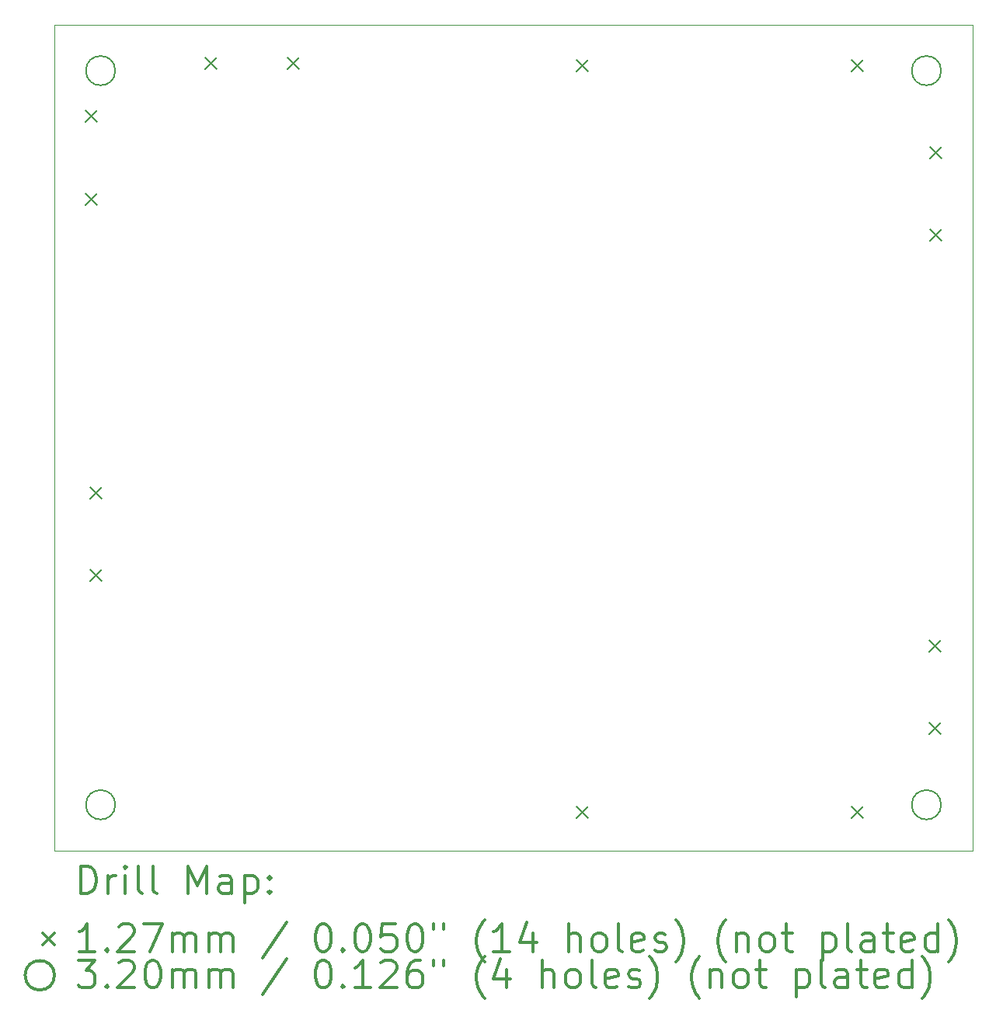
<source format=gbr>
%FSLAX45Y45*%
G04 Gerber Fmt 4.5, Leading zero omitted, Abs format (unit mm)*
G04 Created by KiCad (PCBNEW (5.1.4)-1) date 2021-12-07 11:14:48*
%MOMM*%
%LPD*%
G04 APERTURE LIST*
%ADD10C,0.050000*%
%ADD11C,0.200000*%
%ADD12C,0.300000*%
G04 APERTURE END LIST*
D10*
X16000000Y-12500000D02*
X6000000Y-12500000D01*
X16000000Y-3500000D02*
X16000000Y-12500000D01*
X6000000Y-3500000D02*
X16000000Y-3500000D01*
X6000000Y-12500000D02*
X6000000Y-3500000D01*
D11*
X7636500Y-3852500D02*
X7763500Y-3979500D01*
X7763500Y-3852500D02*
X7636500Y-3979500D01*
X15540500Y-5726500D02*
X15667500Y-5853500D01*
X15667500Y-5726500D02*
X15540500Y-5853500D01*
X11686500Y-3882500D02*
X11813500Y-4009500D01*
X11813500Y-3882500D02*
X11686500Y-4009500D01*
X14686500Y-3882500D02*
X14813500Y-4009500D01*
X14813500Y-3882500D02*
X14686500Y-4009500D01*
X15530500Y-10206500D02*
X15657500Y-10333500D01*
X15657500Y-10206500D02*
X15530500Y-10333500D01*
X15530500Y-11106500D02*
X15657500Y-11233500D01*
X15657500Y-11106500D02*
X15530500Y-11233500D01*
X6382500Y-8536500D02*
X6509500Y-8663500D01*
X6509500Y-8536500D02*
X6382500Y-8663500D01*
X6382500Y-9436500D02*
X6509500Y-9563500D01*
X6509500Y-9436500D02*
X6382500Y-9563500D01*
X8536500Y-3852500D02*
X8663500Y-3979500D01*
X8663500Y-3852500D02*
X8536500Y-3979500D01*
X15540500Y-4826500D02*
X15667500Y-4953500D01*
X15667500Y-4826500D02*
X15540500Y-4953500D01*
X11686500Y-12015500D02*
X11813500Y-12142500D01*
X11813500Y-12015500D02*
X11686500Y-12142500D01*
X14686500Y-12015500D02*
X14813500Y-12142500D01*
X14813500Y-12015500D02*
X14686500Y-12142500D01*
X6332500Y-4436500D02*
X6459500Y-4563500D01*
X6459500Y-4436500D02*
X6332500Y-4563500D01*
X6332500Y-5336500D02*
X6459500Y-5463500D01*
X6459500Y-5336500D02*
X6332500Y-5463500D01*
X6660000Y-4000000D02*
G75*
G03X6660000Y-4000000I-160000J0D01*
G01*
X6660000Y-12000000D02*
G75*
G03X6660000Y-12000000I-160000J0D01*
G01*
X15660000Y-12000000D02*
G75*
G03X15660000Y-12000000I-160000J0D01*
G01*
X15660000Y-4000000D02*
G75*
G03X15660000Y-4000000I-160000J0D01*
G01*
D12*
X6283928Y-12968214D02*
X6283928Y-12668214D01*
X6355357Y-12668214D01*
X6398214Y-12682500D01*
X6426786Y-12711071D01*
X6441071Y-12739643D01*
X6455357Y-12796786D01*
X6455357Y-12839643D01*
X6441071Y-12896786D01*
X6426786Y-12925357D01*
X6398214Y-12953929D01*
X6355357Y-12968214D01*
X6283928Y-12968214D01*
X6583928Y-12968214D02*
X6583928Y-12768214D01*
X6583928Y-12825357D02*
X6598214Y-12796786D01*
X6612500Y-12782500D01*
X6641071Y-12768214D01*
X6669643Y-12768214D01*
X6769643Y-12968214D02*
X6769643Y-12768214D01*
X6769643Y-12668214D02*
X6755357Y-12682500D01*
X6769643Y-12696786D01*
X6783928Y-12682500D01*
X6769643Y-12668214D01*
X6769643Y-12696786D01*
X6955357Y-12968214D02*
X6926786Y-12953929D01*
X6912500Y-12925357D01*
X6912500Y-12668214D01*
X7112500Y-12968214D02*
X7083928Y-12953929D01*
X7069643Y-12925357D01*
X7069643Y-12668214D01*
X7455357Y-12968214D02*
X7455357Y-12668214D01*
X7555357Y-12882500D01*
X7655357Y-12668214D01*
X7655357Y-12968214D01*
X7926786Y-12968214D02*
X7926786Y-12811071D01*
X7912500Y-12782500D01*
X7883928Y-12768214D01*
X7826786Y-12768214D01*
X7798214Y-12782500D01*
X7926786Y-12953929D02*
X7898214Y-12968214D01*
X7826786Y-12968214D01*
X7798214Y-12953929D01*
X7783928Y-12925357D01*
X7783928Y-12896786D01*
X7798214Y-12868214D01*
X7826786Y-12853929D01*
X7898214Y-12853929D01*
X7926786Y-12839643D01*
X8069643Y-12768214D02*
X8069643Y-13068214D01*
X8069643Y-12782500D02*
X8098214Y-12768214D01*
X8155357Y-12768214D01*
X8183928Y-12782500D01*
X8198214Y-12796786D01*
X8212500Y-12825357D01*
X8212500Y-12911071D01*
X8198214Y-12939643D01*
X8183928Y-12953929D01*
X8155357Y-12968214D01*
X8098214Y-12968214D01*
X8069643Y-12953929D01*
X8341071Y-12939643D02*
X8355357Y-12953929D01*
X8341071Y-12968214D01*
X8326786Y-12953929D01*
X8341071Y-12939643D01*
X8341071Y-12968214D01*
X8341071Y-12782500D02*
X8355357Y-12796786D01*
X8341071Y-12811071D01*
X8326786Y-12796786D01*
X8341071Y-12782500D01*
X8341071Y-12811071D01*
X5870500Y-13399000D02*
X5997500Y-13526000D01*
X5997500Y-13399000D02*
X5870500Y-13526000D01*
X6441071Y-13598214D02*
X6269643Y-13598214D01*
X6355357Y-13598214D02*
X6355357Y-13298214D01*
X6326786Y-13341071D01*
X6298214Y-13369643D01*
X6269643Y-13383929D01*
X6569643Y-13569643D02*
X6583928Y-13583929D01*
X6569643Y-13598214D01*
X6555357Y-13583929D01*
X6569643Y-13569643D01*
X6569643Y-13598214D01*
X6698214Y-13326786D02*
X6712500Y-13312500D01*
X6741071Y-13298214D01*
X6812500Y-13298214D01*
X6841071Y-13312500D01*
X6855357Y-13326786D01*
X6869643Y-13355357D01*
X6869643Y-13383929D01*
X6855357Y-13426786D01*
X6683928Y-13598214D01*
X6869643Y-13598214D01*
X6969643Y-13298214D02*
X7169643Y-13298214D01*
X7041071Y-13598214D01*
X7283928Y-13598214D02*
X7283928Y-13398214D01*
X7283928Y-13426786D02*
X7298214Y-13412500D01*
X7326786Y-13398214D01*
X7369643Y-13398214D01*
X7398214Y-13412500D01*
X7412500Y-13441071D01*
X7412500Y-13598214D01*
X7412500Y-13441071D02*
X7426786Y-13412500D01*
X7455357Y-13398214D01*
X7498214Y-13398214D01*
X7526786Y-13412500D01*
X7541071Y-13441071D01*
X7541071Y-13598214D01*
X7683928Y-13598214D02*
X7683928Y-13398214D01*
X7683928Y-13426786D02*
X7698214Y-13412500D01*
X7726786Y-13398214D01*
X7769643Y-13398214D01*
X7798214Y-13412500D01*
X7812500Y-13441071D01*
X7812500Y-13598214D01*
X7812500Y-13441071D02*
X7826786Y-13412500D01*
X7855357Y-13398214D01*
X7898214Y-13398214D01*
X7926786Y-13412500D01*
X7941071Y-13441071D01*
X7941071Y-13598214D01*
X8526786Y-13283929D02*
X8269643Y-13669643D01*
X8912500Y-13298214D02*
X8941071Y-13298214D01*
X8969643Y-13312500D01*
X8983928Y-13326786D01*
X8998214Y-13355357D01*
X9012500Y-13412500D01*
X9012500Y-13483929D01*
X8998214Y-13541071D01*
X8983928Y-13569643D01*
X8969643Y-13583929D01*
X8941071Y-13598214D01*
X8912500Y-13598214D01*
X8883928Y-13583929D01*
X8869643Y-13569643D01*
X8855357Y-13541071D01*
X8841071Y-13483929D01*
X8841071Y-13412500D01*
X8855357Y-13355357D01*
X8869643Y-13326786D01*
X8883928Y-13312500D01*
X8912500Y-13298214D01*
X9141071Y-13569643D02*
X9155357Y-13583929D01*
X9141071Y-13598214D01*
X9126786Y-13583929D01*
X9141071Y-13569643D01*
X9141071Y-13598214D01*
X9341071Y-13298214D02*
X9369643Y-13298214D01*
X9398214Y-13312500D01*
X9412500Y-13326786D01*
X9426786Y-13355357D01*
X9441071Y-13412500D01*
X9441071Y-13483929D01*
X9426786Y-13541071D01*
X9412500Y-13569643D01*
X9398214Y-13583929D01*
X9369643Y-13598214D01*
X9341071Y-13598214D01*
X9312500Y-13583929D01*
X9298214Y-13569643D01*
X9283928Y-13541071D01*
X9269643Y-13483929D01*
X9269643Y-13412500D01*
X9283928Y-13355357D01*
X9298214Y-13326786D01*
X9312500Y-13312500D01*
X9341071Y-13298214D01*
X9712500Y-13298214D02*
X9569643Y-13298214D01*
X9555357Y-13441071D01*
X9569643Y-13426786D01*
X9598214Y-13412500D01*
X9669643Y-13412500D01*
X9698214Y-13426786D01*
X9712500Y-13441071D01*
X9726786Y-13469643D01*
X9726786Y-13541071D01*
X9712500Y-13569643D01*
X9698214Y-13583929D01*
X9669643Y-13598214D01*
X9598214Y-13598214D01*
X9569643Y-13583929D01*
X9555357Y-13569643D01*
X9912500Y-13298214D02*
X9941071Y-13298214D01*
X9969643Y-13312500D01*
X9983928Y-13326786D01*
X9998214Y-13355357D01*
X10012500Y-13412500D01*
X10012500Y-13483929D01*
X9998214Y-13541071D01*
X9983928Y-13569643D01*
X9969643Y-13583929D01*
X9941071Y-13598214D01*
X9912500Y-13598214D01*
X9883928Y-13583929D01*
X9869643Y-13569643D01*
X9855357Y-13541071D01*
X9841071Y-13483929D01*
X9841071Y-13412500D01*
X9855357Y-13355357D01*
X9869643Y-13326786D01*
X9883928Y-13312500D01*
X9912500Y-13298214D01*
X10126786Y-13298214D02*
X10126786Y-13355357D01*
X10241071Y-13298214D02*
X10241071Y-13355357D01*
X10683928Y-13712500D02*
X10669643Y-13698214D01*
X10641071Y-13655357D01*
X10626786Y-13626786D01*
X10612500Y-13583929D01*
X10598214Y-13512500D01*
X10598214Y-13455357D01*
X10612500Y-13383929D01*
X10626786Y-13341071D01*
X10641071Y-13312500D01*
X10669643Y-13269643D01*
X10683928Y-13255357D01*
X10955357Y-13598214D02*
X10783928Y-13598214D01*
X10869643Y-13598214D02*
X10869643Y-13298214D01*
X10841071Y-13341071D01*
X10812500Y-13369643D01*
X10783928Y-13383929D01*
X11212500Y-13398214D02*
X11212500Y-13598214D01*
X11141071Y-13283929D02*
X11069643Y-13498214D01*
X11255357Y-13498214D01*
X11598214Y-13598214D02*
X11598214Y-13298214D01*
X11726786Y-13598214D02*
X11726786Y-13441071D01*
X11712500Y-13412500D01*
X11683928Y-13398214D01*
X11641071Y-13398214D01*
X11612500Y-13412500D01*
X11598214Y-13426786D01*
X11912500Y-13598214D02*
X11883928Y-13583929D01*
X11869643Y-13569643D01*
X11855357Y-13541071D01*
X11855357Y-13455357D01*
X11869643Y-13426786D01*
X11883928Y-13412500D01*
X11912500Y-13398214D01*
X11955357Y-13398214D01*
X11983928Y-13412500D01*
X11998214Y-13426786D01*
X12012500Y-13455357D01*
X12012500Y-13541071D01*
X11998214Y-13569643D01*
X11983928Y-13583929D01*
X11955357Y-13598214D01*
X11912500Y-13598214D01*
X12183928Y-13598214D02*
X12155357Y-13583929D01*
X12141071Y-13555357D01*
X12141071Y-13298214D01*
X12412500Y-13583929D02*
X12383928Y-13598214D01*
X12326786Y-13598214D01*
X12298214Y-13583929D01*
X12283928Y-13555357D01*
X12283928Y-13441071D01*
X12298214Y-13412500D01*
X12326786Y-13398214D01*
X12383928Y-13398214D01*
X12412500Y-13412500D01*
X12426786Y-13441071D01*
X12426786Y-13469643D01*
X12283928Y-13498214D01*
X12541071Y-13583929D02*
X12569643Y-13598214D01*
X12626786Y-13598214D01*
X12655357Y-13583929D01*
X12669643Y-13555357D01*
X12669643Y-13541071D01*
X12655357Y-13512500D01*
X12626786Y-13498214D01*
X12583928Y-13498214D01*
X12555357Y-13483929D01*
X12541071Y-13455357D01*
X12541071Y-13441071D01*
X12555357Y-13412500D01*
X12583928Y-13398214D01*
X12626786Y-13398214D01*
X12655357Y-13412500D01*
X12769643Y-13712500D02*
X12783928Y-13698214D01*
X12812500Y-13655357D01*
X12826786Y-13626786D01*
X12841071Y-13583929D01*
X12855357Y-13512500D01*
X12855357Y-13455357D01*
X12841071Y-13383929D01*
X12826786Y-13341071D01*
X12812500Y-13312500D01*
X12783928Y-13269643D01*
X12769643Y-13255357D01*
X13312500Y-13712500D02*
X13298214Y-13698214D01*
X13269643Y-13655357D01*
X13255357Y-13626786D01*
X13241071Y-13583929D01*
X13226786Y-13512500D01*
X13226786Y-13455357D01*
X13241071Y-13383929D01*
X13255357Y-13341071D01*
X13269643Y-13312500D01*
X13298214Y-13269643D01*
X13312500Y-13255357D01*
X13426786Y-13398214D02*
X13426786Y-13598214D01*
X13426786Y-13426786D02*
X13441071Y-13412500D01*
X13469643Y-13398214D01*
X13512500Y-13398214D01*
X13541071Y-13412500D01*
X13555357Y-13441071D01*
X13555357Y-13598214D01*
X13741071Y-13598214D02*
X13712500Y-13583929D01*
X13698214Y-13569643D01*
X13683928Y-13541071D01*
X13683928Y-13455357D01*
X13698214Y-13426786D01*
X13712500Y-13412500D01*
X13741071Y-13398214D01*
X13783928Y-13398214D01*
X13812500Y-13412500D01*
X13826786Y-13426786D01*
X13841071Y-13455357D01*
X13841071Y-13541071D01*
X13826786Y-13569643D01*
X13812500Y-13583929D01*
X13783928Y-13598214D01*
X13741071Y-13598214D01*
X13926786Y-13398214D02*
X14041071Y-13398214D01*
X13969643Y-13298214D02*
X13969643Y-13555357D01*
X13983928Y-13583929D01*
X14012500Y-13598214D01*
X14041071Y-13598214D01*
X14369643Y-13398214D02*
X14369643Y-13698214D01*
X14369643Y-13412500D02*
X14398214Y-13398214D01*
X14455357Y-13398214D01*
X14483928Y-13412500D01*
X14498214Y-13426786D01*
X14512500Y-13455357D01*
X14512500Y-13541071D01*
X14498214Y-13569643D01*
X14483928Y-13583929D01*
X14455357Y-13598214D01*
X14398214Y-13598214D01*
X14369643Y-13583929D01*
X14683928Y-13598214D02*
X14655357Y-13583929D01*
X14641071Y-13555357D01*
X14641071Y-13298214D01*
X14926786Y-13598214D02*
X14926786Y-13441071D01*
X14912500Y-13412500D01*
X14883928Y-13398214D01*
X14826786Y-13398214D01*
X14798214Y-13412500D01*
X14926786Y-13583929D02*
X14898214Y-13598214D01*
X14826786Y-13598214D01*
X14798214Y-13583929D01*
X14783928Y-13555357D01*
X14783928Y-13526786D01*
X14798214Y-13498214D01*
X14826786Y-13483929D01*
X14898214Y-13483929D01*
X14926786Y-13469643D01*
X15026786Y-13398214D02*
X15141071Y-13398214D01*
X15069643Y-13298214D02*
X15069643Y-13555357D01*
X15083928Y-13583929D01*
X15112500Y-13598214D01*
X15141071Y-13598214D01*
X15355357Y-13583929D02*
X15326786Y-13598214D01*
X15269643Y-13598214D01*
X15241071Y-13583929D01*
X15226786Y-13555357D01*
X15226786Y-13441071D01*
X15241071Y-13412500D01*
X15269643Y-13398214D01*
X15326786Y-13398214D01*
X15355357Y-13412500D01*
X15369643Y-13441071D01*
X15369643Y-13469643D01*
X15226786Y-13498214D01*
X15626786Y-13598214D02*
X15626786Y-13298214D01*
X15626786Y-13583929D02*
X15598214Y-13598214D01*
X15541071Y-13598214D01*
X15512500Y-13583929D01*
X15498214Y-13569643D01*
X15483928Y-13541071D01*
X15483928Y-13455357D01*
X15498214Y-13426786D01*
X15512500Y-13412500D01*
X15541071Y-13398214D01*
X15598214Y-13398214D01*
X15626786Y-13412500D01*
X15741071Y-13712500D02*
X15755357Y-13698214D01*
X15783928Y-13655357D01*
X15798214Y-13626786D01*
X15812500Y-13583929D01*
X15826786Y-13512500D01*
X15826786Y-13455357D01*
X15812500Y-13383929D01*
X15798214Y-13341071D01*
X15783928Y-13312500D01*
X15755357Y-13269643D01*
X15741071Y-13255357D01*
X5997500Y-13858500D02*
G75*
G03X5997500Y-13858500I-160000J0D01*
G01*
X6255357Y-13694214D02*
X6441071Y-13694214D01*
X6341071Y-13808500D01*
X6383928Y-13808500D01*
X6412500Y-13822786D01*
X6426786Y-13837071D01*
X6441071Y-13865643D01*
X6441071Y-13937071D01*
X6426786Y-13965643D01*
X6412500Y-13979929D01*
X6383928Y-13994214D01*
X6298214Y-13994214D01*
X6269643Y-13979929D01*
X6255357Y-13965643D01*
X6569643Y-13965643D02*
X6583928Y-13979929D01*
X6569643Y-13994214D01*
X6555357Y-13979929D01*
X6569643Y-13965643D01*
X6569643Y-13994214D01*
X6698214Y-13722786D02*
X6712500Y-13708500D01*
X6741071Y-13694214D01*
X6812500Y-13694214D01*
X6841071Y-13708500D01*
X6855357Y-13722786D01*
X6869643Y-13751357D01*
X6869643Y-13779929D01*
X6855357Y-13822786D01*
X6683928Y-13994214D01*
X6869643Y-13994214D01*
X7055357Y-13694214D02*
X7083928Y-13694214D01*
X7112500Y-13708500D01*
X7126786Y-13722786D01*
X7141071Y-13751357D01*
X7155357Y-13808500D01*
X7155357Y-13879929D01*
X7141071Y-13937071D01*
X7126786Y-13965643D01*
X7112500Y-13979929D01*
X7083928Y-13994214D01*
X7055357Y-13994214D01*
X7026786Y-13979929D01*
X7012500Y-13965643D01*
X6998214Y-13937071D01*
X6983928Y-13879929D01*
X6983928Y-13808500D01*
X6998214Y-13751357D01*
X7012500Y-13722786D01*
X7026786Y-13708500D01*
X7055357Y-13694214D01*
X7283928Y-13994214D02*
X7283928Y-13794214D01*
X7283928Y-13822786D02*
X7298214Y-13808500D01*
X7326786Y-13794214D01*
X7369643Y-13794214D01*
X7398214Y-13808500D01*
X7412500Y-13837071D01*
X7412500Y-13994214D01*
X7412500Y-13837071D02*
X7426786Y-13808500D01*
X7455357Y-13794214D01*
X7498214Y-13794214D01*
X7526786Y-13808500D01*
X7541071Y-13837071D01*
X7541071Y-13994214D01*
X7683928Y-13994214D02*
X7683928Y-13794214D01*
X7683928Y-13822786D02*
X7698214Y-13808500D01*
X7726786Y-13794214D01*
X7769643Y-13794214D01*
X7798214Y-13808500D01*
X7812500Y-13837071D01*
X7812500Y-13994214D01*
X7812500Y-13837071D02*
X7826786Y-13808500D01*
X7855357Y-13794214D01*
X7898214Y-13794214D01*
X7926786Y-13808500D01*
X7941071Y-13837071D01*
X7941071Y-13994214D01*
X8526786Y-13679929D02*
X8269643Y-14065643D01*
X8912500Y-13694214D02*
X8941071Y-13694214D01*
X8969643Y-13708500D01*
X8983928Y-13722786D01*
X8998214Y-13751357D01*
X9012500Y-13808500D01*
X9012500Y-13879929D01*
X8998214Y-13937071D01*
X8983928Y-13965643D01*
X8969643Y-13979929D01*
X8941071Y-13994214D01*
X8912500Y-13994214D01*
X8883928Y-13979929D01*
X8869643Y-13965643D01*
X8855357Y-13937071D01*
X8841071Y-13879929D01*
X8841071Y-13808500D01*
X8855357Y-13751357D01*
X8869643Y-13722786D01*
X8883928Y-13708500D01*
X8912500Y-13694214D01*
X9141071Y-13965643D02*
X9155357Y-13979929D01*
X9141071Y-13994214D01*
X9126786Y-13979929D01*
X9141071Y-13965643D01*
X9141071Y-13994214D01*
X9441071Y-13994214D02*
X9269643Y-13994214D01*
X9355357Y-13994214D02*
X9355357Y-13694214D01*
X9326786Y-13737071D01*
X9298214Y-13765643D01*
X9269643Y-13779929D01*
X9555357Y-13722786D02*
X9569643Y-13708500D01*
X9598214Y-13694214D01*
X9669643Y-13694214D01*
X9698214Y-13708500D01*
X9712500Y-13722786D01*
X9726786Y-13751357D01*
X9726786Y-13779929D01*
X9712500Y-13822786D01*
X9541071Y-13994214D01*
X9726786Y-13994214D01*
X9983928Y-13694214D02*
X9926786Y-13694214D01*
X9898214Y-13708500D01*
X9883928Y-13722786D01*
X9855357Y-13765643D01*
X9841071Y-13822786D01*
X9841071Y-13937071D01*
X9855357Y-13965643D01*
X9869643Y-13979929D01*
X9898214Y-13994214D01*
X9955357Y-13994214D01*
X9983928Y-13979929D01*
X9998214Y-13965643D01*
X10012500Y-13937071D01*
X10012500Y-13865643D01*
X9998214Y-13837071D01*
X9983928Y-13822786D01*
X9955357Y-13808500D01*
X9898214Y-13808500D01*
X9869643Y-13822786D01*
X9855357Y-13837071D01*
X9841071Y-13865643D01*
X10126786Y-13694214D02*
X10126786Y-13751357D01*
X10241071Y-13694214D02*
X10241071Y-13751357D01*
X10683928Y-14108500D02*
X10669643Y-14094214D01*
X10641071Y-14051357D01*
X10626786Y-14022786D01*
X10612500Y-13979929D01*
X10598214Y-13908500D01*
X10598214Y-13851357D01*
X10612500Y-13779929D01*
X10626786Y-13737071D01*
X10641071Y-13708500D01*
X10669643Y-13665643D01*
X10683928Y-13651357D01*
X10926786Y-13794214D02*
X10926786Y-13994214D01*
X10855357Y-13679929D02*
X10783928Y-13894214D01*
X10969643Y-13894214D01*
X11312500Y-13994214D02*
X11312500Y-13694214D01*
X11441071Y-13994214D02*
X11441071Y-13837071D01*
X11426786Y-13808500D01*
X11398214Y-13794214D01*
X11355357Y-13794214D01*
X11326786Y-13808500D01*
X11312500Y-13822786D01*
X11626786Y-13994214D02*
X11598214Y-13979929D01*
X11583928Y-13965643D01*
X11569643Y-13937071D01*
X11569643Y-13851357D01*
X11583928Y-13822786D01*
X11598214Y-13808500D01*
X11626786Y-13794214D01*
X11669643Y-13794214D01*
X11698214Y-13808500D01*
X11712500Y-13822786D01*
X11726786Y-13851357D01*
X11726786Y-13937071D01*
X11712500Y-13965643D01*
X11698214Y-13979929D01*
X11669643Y-13994214D01*
X11626786Y-13994214D01*
X11898214Y-13994214D02*
X11869643Y-13979929D01*
X11855357Y-13951357D01*
X11855357Y-13694214D01*
X12126786Y-13979929D02*
X12098214Y-13994214D01*
X12041071Y-13994214D01*
X12012500Y-13979929D01*
X11998214Y-13951357D01*
X11998214Y-13837071D01*
X12012500Y-13808500D01*
X12041071Y-13794214D01*
X12098214Y-13794214D01*
X12126786Y-13808500D01*
X12141071Y-13837071D01*
X12141071Y-13865643D01*
X11998214Y-13894214D01*
X12255357Y-13979929D02*
X12283928Y-13994214D01*
X12341071Y-13994214D01*
X12369643Y-13979929D01*
X12383928Y-13951357D01*
X12383928Y-13937071D01*
X12369643Y-13908500D01*
X12341071Y-13894214D01*
X12298214Y-13894214D01*
X12269643Y-13879929D01*
X12255357Y-13851357D01*
X12255357Y-13837071D01*
X12269643Y-13808500D01*
X12298214Y-13794214D01*
X12341071Y-13794214D01*
X12369643Y-13808500D01*
X12483928Y-14108500D02*
X12498214Y-14094214D01*
X12526786Y-14051357D01*
X12541071Y-14022786D01*
X12555357Y-13979929D01*
X12569643Y-13908500D01*
X12569643Y-13851357D01*
X12555357Y-13779929D01*
X12541071Y-13737071D01*
X12526786Y-13708500D01*
X12498214Y-13665643D01*
X12483928Y-13651357D01*
X13026786Y-14108500D02*
X13012500Y-14094214D01*
X12983928Y-14051357D01*
X12969643Y-14022786D01*
X12955357Y-13979929D01*
X12941071Y-13908500D01*
X12941071Y-13851357D01*
X12955357Y-13779929D01*
X12969643Y-13737071D01*
X12983928Y-13708500D01*
X13012500Y-13665643D01*
X13026786Y-13651357D01*
X13141071Y-13794214D02*
X13141071Y-13994214D01*
X13141071Y-13822786D02*
X13155357Y-13808500D01*
X13183928Y-13794214D01*
X13226786Y-13794214D01*
X13255357Y-13808500D01*
X13269643Y-13837071D01*
X13269643Y-13994214D01*
X13455357Y-13994214D02*
X13426786Y-13979929D01*
X13412500Y-13965643D01*
X13398214Y-13937071D01*
X13398214Y-13851357D01*
X13412500Y-13822786D01*
X13426786Y-13808500D01*
X13455357Y-13794214D01*
X13498214Y-13794214D01*
X13526786Y-13808500D01*
X13541071Y-13822786D01*
X13555357Y-13851357D01*
X13555357Y-13937071D01*
X13541071Y-13965643D01*
X13526786Y-13979929D01*
X13498214Y-13994214D01*
X13455357Y-13994214D01*
X13641071Y-13794214D02*
X13755357Y-13794214D01*
X13683928Y-13694214D02*
X13683928Y-13951357D01*
X13698214Y-13979929D01*
X13726786Y-13994214D01*
X13755357Y-13994214D01*
X14083928Y-13794214D02*
X14083928Y-14094214D01*
X14083928Y-13808500D02*
X14112500Y-13794214D01*
X14169643Y-13794214D01*
X14198214Y-13808500D01*
X14212500Y-13822786D01*
X14226786Y-13851357D01*
X14226786Y-13937071D01*
X14212500Y-13965643D01*
X14198214Y-13979929D01*
X14169643Y-13994214D01*
X14112500Y-13994214D01*
X14083928Y-13979929D01*
X14398214Y-13994214D02*
X14369643Y-13979929D01*
X14355357Y-13951357D01*
X14355357Y-13694214D01*
X14641071Y-13994214D02*
X14641071Y-13837071D01*
X14626786Y-13808500D01*
X14598214Y-13794214D01*
X14541071Y-13794214D01*
X14512500Y-13808500D01*
X14641071Y-13979929D02*
X14612500Y-13994214D01*
X14541071Y-13994214D01*
X14512500Y-13979929D01*
X14498214Y-13951357D01*
X14498214Y-13922786D01*
X14512500Y-13894214D01*
X14541071Y-13879929D01*
X14612500Y-13879929D01*
X14641071Y-13865643D01*
X14741071Y-13794214D02*
X14855357Y-13794214D01*
X14783928Y-13694214D02*
X14783928Y-13951357D01*
X14798214Y-13979929D01*
X14826786Y-13994214D01*
X14855357Y-13994214D01*
X15069643Y-13979929D02*
X15041071Y-13994214D01*
X14983928Y-13994214D01*
X14955357Y-13979929D01*
X14941071Y-13951357D01*
X14941071Y-13837071D01*
X14955357Y-13808500D01*
X14983928Y-13794214D01*
X15041071Y-13794214D01*
X15069643Y-13808500D01*
X15083928Y-13837071D01*
X15083928Y-13865643D01*
X14941071Y-13894214D01*
X15341071Y-13994214D02*
X15341071Y-13694214D01*
X15341071Y-13979929D02*
X15312500Y-13994214D01*
X15255357Y-13994214D01*
X15226786Y-13979929D01*
X15212500Y-13965643D01*
X15198214Y-13937071D01*
X15198214Y-13851357D01*
X15212500Y-13822786D01*
X15226786Y-13808500D01*
X15255357Y-13794214D01*
X15312500Y-13794214D01*
X15341071Y-13808500D01*
X15455357Y-14108500D02*
X15469643Y-14094214D01*
X15498214Y-14051357D01*
X15512500Y-14022786D01*
X15526786Y-13979929D01*
X15541071Y-13908500D01*
X15541071Y-13851357D01*
X15526786Y-13779929D01*
X15512500Y-13737071D01*
X15498214Y-13708500D01*
X15469643Y-13665643D01*
X15455357Y-13651357D01*
M02*

</source>
